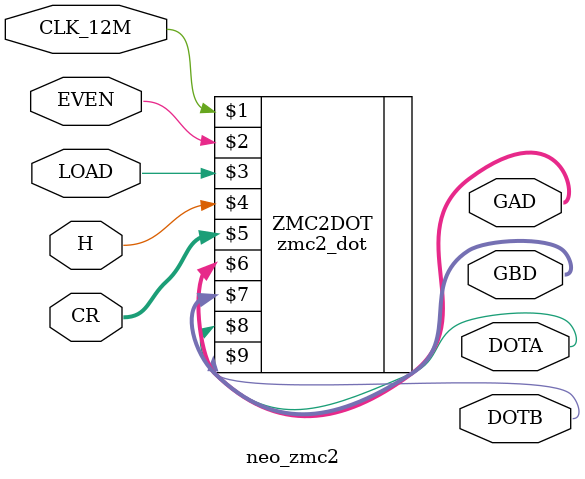
<source format=v>


// Graphics mux part (CT0) was written by Kyuusaku

module neo_zmc2(
	input CLK_12M,
	input EVEN,
	input LOAD,
	input H,
	input [31:0] CR,
	output [3:0] GAD, GBD,
	output DOTA, DOTB
	
	// Not used here
	/*input SDRD0,
	input [1:0] SDA_L,
	input [15:8] SDA_U,
	output [21:11] MA*/
);

	// Not used here
	//zmc2_zmc ZMC2ZMC(SDRD0, SDA_L, SDA_U, MA);
	zmc2_dot ZMC2DOT(CLK_12M, EVEN, LOAD, H, CR, GAD, GBD, DOTA, DOTB);

endmodule


</source>
